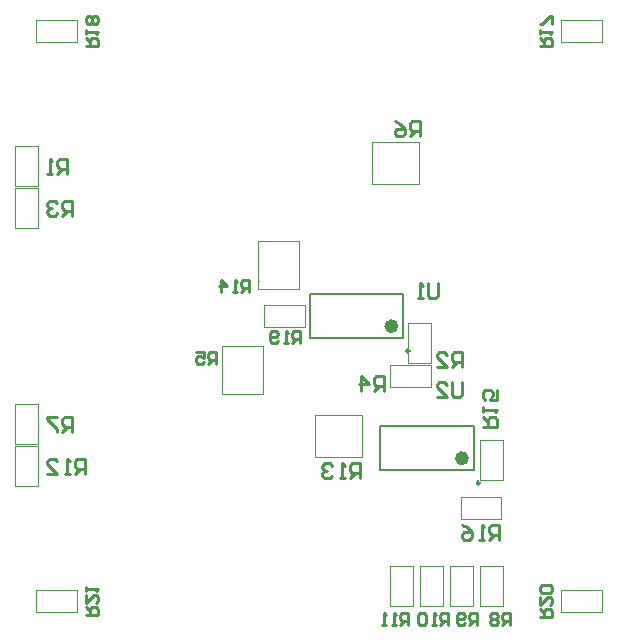
<source format=gbo>
G04 Layer_Color=32896*
%FSLAX25Y25*%
%MOIN*%
G70*
G01*
G75*
%ADD15C,0.01000*%
%ADD30C,0.00787*%
%ADD50C,0.00984*%
%ADD51C,0.02362*%
%ADD52C,0.00394*%
D15*
X106000Y-103000D02*
Y-99001D01*
X104001D01*
X103334Y-99668D01*
Y-101001D01*
X104001Y-101667D01*
X106000D01*
X104667D02*
X103334Y-103000D01*
X102001Y-99668D02*
X101335Y-99001D01*
X100002D01*
X99335Y-99668D01*
Y-100334D01*
X100002Y-101001D01*
X99335Y-101667D01*
Y-102334D01*
X100002Y-103000D01*
X101335D01*
X102001Y-102334D01*
Y-101667D01*
X101335Y-101001D01*
X102001Y-100334D01*
Y-99668D01*
X101335Y-101001D02*
X100002D01*
X95000Y-103000D02*
Y-99001D01*
X93001D01*
X92334Y-99668D01*
Y-101001D01*
X93001Y-101667D01*
X95000D01*
X93667D02*
X92334Y-103000D01*
X91001Y-102334D02*
X90335Y-103000D01*
X89002D01*
X88336Y-102334D01*
Y-99668D01*
X89002Y-99001D01*
X90335D01*
X91001Y-99668D01*
Y-100334D01*
X90335Y-101001D01*
X88336D01*
X85333Y-103000D02*
Y-99001D01*
X83333D01*
X82667Y-99668D01*
Y-101001D01*
X83333Y-101667D01*
X85333D01*
X84000D02*
X82667Y-103000D01*
X81334D02*
X80001D01*
X80668D01*
Y-99001D01*
X81334Y-99668D01*
X78002D02*
X77335Y-99001D01*
X76002D01*
X75336Y-99668D01*
Y-102334D01*
X76002Y-103000D01*
X77335D01*
X78002Y-102334D01*
Y-99668D01*
X72000Y-103000D02*
Y-99001D01*
X70001D01*
X69334Y-99668D01*
Y-101001D01*
X70001Y-101667D01*
X72000D01*
X70667D02*
X69334Y-103000D01*
X68001D02*
X66668D01*
X67335D01*
Y-99001D01*
X68001Y-99668D01*
X64669Y-103000D02*
X63336D01*
X64003D01*
Y-99001D01*
X64669Y-99668D01*
X97000Y-37000D02*
X101998D01*
Y-34501D01*
X101165Y-33668D01*
X99499D01*
X98666Y-34501D01*
Y-37000D01*
Y-35334D02*
X97000Y-33668D01*
Y-32002D02*
Y-30336D01*
Y-31169D01*
X101998D01*
X101165Y-32002D01*
X101998Y-24504D02*
Y-27836D01*
X99499D01*
X100332Y-26170D01*
Y-25337D01*
X99499Y-24504D01*
X97833D01*
X97000Y-25337D01*
Y-27003D01*
X97833Y-27836D01*
X102500Y-74500D02*
Y-69502D01*
X100001D01*
X99168Y-70335D01*
Y-72001D01*
X100001Y-72834D01*
X102500D01*
X100834D02*
X99168Y-74500D01*
X97502D02*
X95836D01*
X96669D01*
Y-69502D01*
X97502Y-70335D01*
X90004Y-69502D02*
X91670Y-70335D01*
X93336Y-72001D01*
Y-73667D01*
X92503Y-74500D01*
X90837D01*
X90004Y-73667D01*
Y-72834D01*
X90837Y-72001D01*
X93336D01*
X90000Y-17000D02*
Y-12002D01*
X87501D01*
X86668Y-12835D01*
Y-14501D01*
X87501Y-15334D01*
X90000D01*
X88334D02*
X86668Y-17000D01*
X81669D02*
X85002D01*
X81669Y-13668D01*
Y-12835D01*
X82502Y-12002D01*
X84169D01*
X85002Y-12835D01*
X64000Y-25000D02*
Y-20002D01*
X61501D01*
X60668Y-20835D01*
Y-22501D01*
X61501Y-23334D01*
X64000D01*
X62334D02*
X60668Y-25000D01*
X56502D02*
Y-20002D01*
X59002Y-22501D01*
X55669D01*
X76000Y60000D02*
Y64998D01*
X73501D01*
X72668Y64165D01*
Y62499D01*
X73501Y61666D01*
X76000D01*
X74334D02*
X72668Y60000D01*
X67669Y64998D02*
X69336Y64165D01*
X71002Y62499D01*
Y60833D01*
X70169Y60000D01*
X68502D01*
X67669Y60833D01*
Y61666D01*
X68502Y62499D01*
X71002D01*
X-39700Y33464D02*
Y38462D01*
X-42199D01*
X-43032Y37629D01*
Y35963D01*
X-42199Y35130D01*
X-39700D01*
X-41366D02*
X-43032Y33464D01*
X-44698Y37629D02*
X-45531Y38462D01*
X-47198D01*
X-48031Y37629D01*
Y36796D01*
X-47198Y35963D01*
X-46365D01*
X-47198D01*
X-48031Y35130D01*
Y34297D01*
X-47198Y33464D01*
X-45531D01*
X-44698Y34297D01*
X56000Y-54000D02*
Y-49002D01*
X53501D01*
X52668Y-49835D01*
Y-51501D01*
X53501Y-52334D01*
X56000D01*
X54334D02*
X52668Y-54000D01*
X51002D02*
X49336D01*
X50169D01*
Y-49002D01*
X51002Y-49835D01*
X46836D02*
X46003Y-49002D01*
X44337D01*
X43504Y-49835D01*
Y-50668D01*
X44337Y-51501D01*
X45170D01*
X44337D01*
X43504Y-52334D01*
Y-53167D01*
X44337Y-54000D01*
X46003D01*
X46836Y-53167D01*
X-39700Y-38536D02*
Y-33538D01*
X-42199D01*
X-43032Y-34371D01*
Y-36037D01*
X-42199Y-36870D01*
X-39700D01*
X-41366D02*
X-43032Y-38536D01*
X-44698Y-33538D02*
X-48031D01*
Y-34371D01*
X-44698Y-37703D01*
Y-38536D01*
X82000Y10998D02*
Y6833D01*
X81167Y6000D01*
X79501D01*
X78668Y6833D01*
Y10998D01*
X77002Y6000D02*
X75336D01*
X76169D01*
Y10998D01*
X77002Y10165D01*
X90000Y-22002D02*
Y-26167D01*
X89167Y-27000D01*
X87501D01*
X86668Y-26167D01*
Y-22002D01*
X81669Y-27000D02*
X85002D01*
X81669Y-23668D01*
Y-22835D01*
X82502Y-22002D01*
X84169D01*
X85002Y-22835D01*
X-41400Y47464D02*
Y52462D01*
X-43899D01*
X-44732Y51629D01*
Y49963D01*
X-43899Y49130D01*
X-41400D01*
X-43066D02*
X-44732Y47464D01*
X-46398D02*
X-48065D01*
X-47231D01*
Y52462D01*
X-46398Y51629D01*
X-35600Y-52536D02*
Y-47538D01*
X-38099D01*
X-38932Y-48371D01*
Y-50037D01*
X-38099Y-50870D01*
X-35600D01*
X-37266D02*
X-38932Y-52536D01*
X-40598D02*
X-42265D01*
X-41431D01*
Y-47538D01*
X-40598Y-48371D01*
X-48096Y-52536D02*
X-44764D01*
X-48096Y-49204D01*
Y-48371D01*
X-47263Y-47538D01*
X-45597D01*
X-44764Y-48371D01*
X19000Y8000D02*
Y11999D01*
X17001D01*
X16334Y11332D01*
Y9999D01*
X17001Y9333D01*
X19000D01*
X17667D02*
X16334Y8000D01*
X15001D02*
X13668D01*
X14335D01*
Y11999D01*
X15001Y11332D01*
X9670Y8000D02*
Y11999D01*
X11669Y9999D01*
X9003D01*
X8000Y-16000D02*
Y-12001D01*
X6001D01*
X5334Y-12668D01*
Y-14001D01*
X6001Y-14667D01*
X8000D01*
X6667D02*
X5334Y-16000D01*
X1335Y-12001D02*
X4001D01*
Y-14001D01*
X2668Y-13334D01*
X2002D01*
X1335Y-14001D01*
Y-15334D01*
X2002Y-16000D01*
X3335D01*
X4001Y-15334D01*
X116100Y89964D02*
X120099D01*
Y91963D01*
X119432Y92630D01*
X118099D01*
X117433Y91963D01*
Y89964D01*
Y91297D02*
X116100Y92630D01*
Y93963D02*
Y95295D01*
Y94629D01*
X120099D01*
X119432Y93963D01*
X120099Y97295D02*
Y99961D01*
X119432D01*
X116767Y97295D01*
X116100D01*
X-35100Y89964D02*
X-31101D01*
Y91963D01*
X-31768Y92630D01*
X-33101D01*
X-33767Y91963D01*
Y89964D01*
Y91297D02*
X-35100Y92630D01*
Y93963D02*
Y95295D01*
Y94629D01*
X-31101D01*
X-31768Y93963D01*
Y97295D02*
X-31101Y97961D01*
Y99294D01*
X-31768Y99961D01*
X-32434D01*
X-33101Y99294D01*
X-33767Y99961D01*
X-34434D01*
X-35100Y99294D01*
Y97961D01*
X-34434Y97295D01*
X-33767D01*
X-33101Y97961D01*
X-32434Y97295D01*
X-31768D01*
X-33101Y97961D02*
Y99294D01*
X36000Y-9000D02*
Y-5001D01*
X34001D01*
X33334Y-5668D01*
Y-7001D01*
X34001Y-7667D01*
X36000D01*
X34667D02*
X33334Y-9000D01*
X32001D02*
X30668D01*
X31335D01*
Y-5001D01*
X32001Y-5668D01*
X28669Y-8333D02*
X28003Y-9000D01*
X26670D01*
X26003Y-8333D01*
Y-5668D01*
X26670Y-5001D01*
X28003D01*
X28669Y-5668D01*
Y-6334D01*
X28003Y-7001D01*
X26003D01*
X116100Y-100336D02*
X120099D01*
Y-98337D01*
X119432Y-97670D01*
X118099D01*
X117433Y-98337D01*
Y-100336D01*
Y-99003D02*
X116100Y-97670D01*
Y-93672D02*
Y-96337D01*
X118766Y-93672D01*
X119432D01*
X120099Y-94338D01*
Y-95671D01*
X119432Y-96337D01*
Y-92339D02*
X120099Y-91672D01*
Y-90339D01*
X119432Y-89673D01*
X116767D01*
X116100Y-90339D01*
Y-91672D01*
X116767Y-92339D01*
X119432D01*
X-35100Y-99636D02*
X-31101D01*
Y-97637D01*
X-31768Y-96970D01*
X-33101D01*
X-33767Y-97637D01*
Y-99636D01*
Y-98303D02*
X-35100Y-96970D01*
Y-92972D02*
Y-95638D01*
X-32434Y-92972D01*
X-31768D01*
X-31101Y-93638D01*
Y-94971D01*
X-31768Y-95638D01*
X-35100Y-91639D02*
Y-90306D01*
Y-90972D01*
X-31101D01*
X-31768Y-91639D01*
D30*
X62949Y-51284D02*
X94051D01*
X62949Y-36716D02*
X94051D01*
Y-51284D02*
Y-36716D01*
X62949Y-51284D02*
Y-36716D01*
X39449Y-7283D02*
X70551D01*
X39449Y7283D02*
X70551D01*
Y-7283D02*
Y7283D01*
X39449Y-7283D02*
Y7283D01*
D50*
X96118Y-55614D02*
G03*
X96118Y-55614I-492J0D01*
G01*
X72618Y-11614D02*
G03*
X72618Y-11614I-492J0D01*
G01*
D51*
X91295Y-47346D02*
G03*
X91295Y-47346I-1181J0D01*
G01*
X67795Y-3347D02*
G03*
X67795Y-3347I-1181J0D01*
G01*
D52*
X62783Y57398D02*
G03*
X62783Y57398I-197J0D01*
G01*
X22799Y11587D02*
G03*
X22799Y11587I-197J0D01*
G01*
X43784Y-33602D02*
G03*
X43784Y-33602I-197J0D01*
G01*
X23595Y-12587D02*
G03*
X23595Y-12587I-197J0D01*
G01*
X73740Y-96693D02*
Y-83307D01*
X66260D02*
X73740D01*
X66260Y-96693D02*
Y-83307D01*
Y-96693D02*
X73740D01*
X83740D02*
Y-83307D01*
X76260D02*
X83740D01*
X76260Y-96693D02*
Y-83307D01*
Y-96693D02*
X83740D01*
X93740D02*
Y-83307D01*
X86260D02*
X93740D01*
X86260Y-96693D02*
Y-83307D01*
Y-96693D02*
X93740D01*
X103740D02*
Y-83307D01*
X96260D02*
X103740D01*
X96260Y-96693D02*
Y-83307D01*
Y-96693D02*
X103740D01*
X-51260Y-56693D02*
Y-43307D01*
X-58740D02*
X-51260D01*
X-58740Y-56693D02*
Y-43307D01*
Y-56693D02*
X-51260D01*
X-58740Y-42693D02*
Y-29307D01*
Y-42693D02*
X-51260D01*
Y-29307D01*
X-58740D02*
X-51260D01*
X-58740Y43307D02*
Y56693D01*
Y43307D02*
X-51260D01*
Y56693D01*
X-58740D02*
X-51260D01*
Y29307D02*
Y42693D01*
X-58740D02*
X-51260D01*
X-58740Y29307D02*
Y42693D01*
Y29307D02*
X-51260D01*
X103740Y-54693D02*
Y-41307D01*
X96260D02*
X103740D01*
X96260Y-54693D02*
Y-41307D01*
Y-54693D02*
X103740D01*
X89807Y-67740D02*
X103193D01*
Y-60260D01*
X89807D02*
X103193D01*
X89807Y-67740D02*
Y-60260D01*
X60028Y57988D02*
X75972D01*
Y44012D02*
Y57988D01*
X60028Y44012D02*
X75972D01*
X60028D02*
Y57988D01*
X22012Y9028D02*
Y24972D01*
X35988D01*
Y9028D02*
Y24972D01*
X22012Y9028D02*
X35988D01*
X41028Y-33012D02*
X56972D01*
Y-46988D02*
Y-33012D01*
X41028Y-46988D02*
X56972D01*
X41028D02*
Y-33012D01*
X79740Y-15693D02*
Y-2307D01*
X72260D02*
X79740D01*
X72260Y-15693D02*
Y-2307D01*
Y-15693D02*
X79740D01*
X23988Y-25972D02*
Y-10028D01*
X10012Y-25972D02*
X23988D01*
X10012D02*
Y-10028D01*
X23988D01*
X66307Y-23740D02*
X79693D01*
Y-16260D01*
X66307D02*
X79693D01*
X66307Y-23740D02*
Y-16260D01*
X24307Y3740D02*
X37693D01*
X24307Y-3740D02*
Y3740D01*
Y-3740D02*
X37693D01*
Y3740D01*
X-51693Y98740D02*
X-38307D01*
X-51693Y91260D02*
Y98740D01*
Y91260D02*
X-38307D01*
Y98740D01*
X123307D02*
X136693D01*
X123307Y91260D02*
Y98740D01*
Y91260D02*
X136693D01*
Y98740D01*
X123307Y-91260D02*
X136693D01*
X123307Y-98740D02*
Y-91260D01*
Y-98740D02*
X136693D01*
Y-91260D01*
X-51693D02*
X-38307D01*
X-51693Y-98740D02*
Y-91260D01*
Y-98740D02*
X-38307D01*
Y-91260D01*
M02*

</source>
